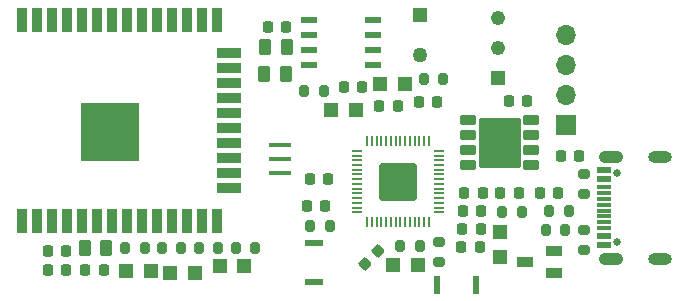
<source format=gts>
%TF.GenerationSoftware,KiCad,Pcbnew,6.0.7-f9a2dced07~116~ubuntu20.04.1*%
%TF.CreationDate,2022-11-29T22:38:20-05:00*%
%TF.ProjectId,Final_project_no_connector,46696e61-6c5f-4707-926f-6a6563745f6e,rev?*%
%TF.SameCoordinates,Original*%
%TF.FileFunction,Soldermask,Top*%
%TF.FilePolarity,Negative*%
%FSLAX46Y46*%
G04 Gerber Fmt 4.6, Leading zero omitted, Abs format (unit mm)*
G04 Created by KiCad (PCBNEW 6.0.7-f9a2dced07~116~ubuntu20.04.1) date 2022-11-29 22:38:20*
%MOMM*%
%LPD*%
G01*
G04 APERTURE LIST*
G04 Aperture macros list*
%AMRoundRect*
0 Rectangle with rounded corners*
0 $1 Rounding radius*
0 $2 $3 $4 $5 $6 $7 $8 $9 X,Y pos of 4 corners*
0 Add a 4 corners polygon primitive as box body*
4,1,4,$2,$3,$4,$5,$6,$7,$8,$9,$2,$3,0*
0 Add four circle primitives for the rounded corners*
1,1,$1+$1,$2,$3*
1,1,$1+$1,$4,$5*
1,1,$1+$1,$6,$7*
1,1,$1+$1,$8,$9*
0 Add four rect primitives between the rounded corners*
20,1,$1+$1,$2,$3,$4,$5,0*
20,1,$1+$1,$4,$5,$6,$7,0*
20,1,$1+$1,$6,$7,$8,$9,0*
20,1,$1+$1,$8,$9,$2,$3,0*%
G04 Aperture macros list end*
%ADD10RoundRect,0.225000X-0.225000X-0.250000X0.225000X-0.250000X0.225000X0.250000X-0.225000X0.250000X0*%
%ADD11R,1.460500X0.533400*%
%ADD12RoundRect,0.101600X-0.609600X-0.292100X0.609600X-0.292100X0.609600X0.292100X-0.609600X0.292100X0*%
%ADD13RoundRect,0.101600X-1.701800X1.993900X-1.701800X-1.993900X1.701800X-1.993900X1.701800X1.993900X0*%
%ADD14R,1.218000X1.218000*%
%ADD15C,1.218000*%
%ADD16RoundRect,0.200000X0.200000X0.275000X-0.200000X0.275000X-0.200000X-0.275000X0.200000X-0.275000X0*%
%ADD17RoundRect,0.200000X-0.200000X-0.275000X0.200000X-0.275000X0.200000X0.275000X-0.200000X0.275000X0*%
%ADD18RoundRect,0.200000X0.275000X-0.200000X0.275000X0.200000X-0.275000X0.200000X-0.275000X-0.200000X0*%
%ADD19R,1.200000X1.200000*%
%ADD20R,1.900000X0.400000*%
%ADD21RoundRect,0.225000X0.225000X0.250000X-0.225000X0.250000X-0.225000X-0.250000X0.225000X-0.250000X0*%
%ADD22C,0.650000*%
%ADD23R,1.150000X0.600000*%
%ADD24R,1.150000X0.300000*%
%ADD25O,2.100000X1.050000*%
%ADD26O,2.000000X1.000000*%
%ADD27RoundRect,0.055000X0.220000X0.695000X-0.220000X0.695000X-0.220000X-0.695000X0.220000X-0.695000X0*%
%ADD28RoundRect,0.200000X-0.275000X0.200000X-0.275000X-0.200000X0.275000X-0.200000X0.275000X0.200000X0*%
%ADD29RoundRect,0.055000X0.695000X-0.220000X0.695000X0.220000X-0.695000X0.220000X-0.695000X-0.220000X0*%
%ADD30R,0.900000X2.000000*%
%ADD31R,2.000000X0.900000*%
%ADD32R,5.000000X5.000000*%
%ADD33RoundRect,0.250000X0.262500X0.450000X-0.262500X0.450000X-0.262500X-0.450000X0.262500X-0.450000X0*%
%ADD34R,1.320800X0.939800*%
%ADD35R,1.270000X1.270000*%
%ADD36C,1.270000*%
%ADD37RoundRect,0.225000X-0.017678X0.335876X-0.335876X0.017678X0.017678X-0.335876X0.335876X-0.017678X0*%
%ADD38R,1.700000X1.700000*%
%ADD39O,1.700000X1.700000*%
%ADD40RoundRect,0.045000X-0.045000X-0.392500X0.045000X-0.392500X0.045000X0.392500X-0.045000X0.392500X0*%
%ADD41RoundRect,0.045000X0.392500X-0.045000X0.392500X0.045000X-0.392500X0.045000X-0.392500X-0.045000X0*%
%ADD42RoundRect,0.045000X0.045000X0.392500X-0.045000X0.392500X-0.045000X-0.392500X0.045000X-0.392500X0*%
%ADD43RoundRect,0.045000X-0.392500X0.045000X-0.392500X-0.045000X0.392500X-0.045000X0.392500X0.045000X0*%
%ADD44RoundRect,0.160000X-1.440000X1.440000X-1.440000X-1.440000X1.440000X-1.440000X1.440000X1.440000X0*%
%ADD45C,0.609600*%
G04 APERTURE END LIST*
D10*
%TO.C,C1*%
X140195000Y-73609200D03*
X141745000Y-73609200D03*
%TD*%
%TO.C,C3*%
X129225000Y-74041000D03*
X130775000Y-74041000D03*
%TD*%
D11*
%TO.C,U5*%
X123225850Y-66745000D03*
X123225850Y-68015000D03*
X123225850Y-69285000D03*
X123225850Y-70555000D03*
X128674150Y-70555000D03*
X128674150Y-69285000D03*
X128674150Y-68015000D03*
X128674150Y-66745000D03*
%TD*%
D10*
%TO.C,C11*%
X136409000Y-81400000D03*
X137959000Y-81400000D03*
%TD*%
%TO.C,C10*%
X123075000Y-82450000D03*
X124625000Y-82450000D03*
%TD*%
%TO.C,C16*%
X101166000Y-87900000D03*
X102716000Y-87900000D03*
%TD*%
D12*
%TO.C,U3*%
X136707600Y-75195000D03*
X136707600Y-76465000D03*
X136707600Y-77735000D03*
X136707600Y-79005000D03*
X142092400Y-79005000D03*
X142092400Y-77735000D03*
X142092400Y-76465000D03*
X142092400Y-75195000D03*
D13*
X139400000Y-77100000D03*
%TD*%
D14*
%TO.C,RV1*%
X139270000Y-71640000D03*
D15*
X139270000Y-69100000D03*
X139270000Y-66560000D03*
%TD*%
D16*
%TO.C,R11*%
X109360000Y-86000000D03*
X107710000Y-86000000D03*
%TD*%
%TO.C,R6*%
X145274800Y-82931000D03*
X143624800Y-82931000D03*
%TD*%
D10*
%TO.C,C14*%
X104325000Y-87900000D03*
X105875000Y-87900000D03*
%TD*%
D16*
%TO.C,R8*%
X141290000Y-83000000D03*
X139640000Y-83000000D03*
%TD*%
D17*
%TO.C,R10*%
X110810000Y-86000000D03*
X112460000Y-86000000D03*
%TD*%
D18*
%TO.C,R3*%
X134239000Y-87185000D03*
X134239000Y-85535000D03*
%TD*%
D16*
%TO.C,R7*%
X132625000Y-85852000D03*
X130975000Y-85852000D03*
%TD*%
D19*
%TO.C,D2*%
X139400000Y-86750000D03*
X139400000Y-84650000D03*
%TD*%
%TO.C,D7*%
X125150000Y-74300000D03*
X127250000Y-74300000D03*
%TD*%
D10*
%TO.C,C4*%
X123325000Y-80200000D03*
X124875000Y-80200000D03*
%TD*%
D17*
%TO.C,R12*%
X113910000Y-86000000D03*
X115560000Y-86000000D03*
%TD*%
D20*
%TO.C,Y1*%
X120777000Y-77286000D03*
X120777000Y-78486000D03*
X120777000Y-79686000D03*
%TD*%
D10*
%TO.C,C13*%
X144614600Y-78257400D03*
X146164600Y-78257400D03*
%TD*%
D21*
%TO.C,C17*%
X127775000Y-72390000D03*
X126225000Y-72390000D03*
%TD*%
D22*
%TO.C,J1*%
X149323000Y-85490800D03*
X149323000Y-79710800D03*
D23*
X148248000Y-85800800D03*
X148248000Y-85000800D03*
D24*
X148248000Y-83850800D03*
X148248000Y-82850800D03*
X148248000Y-82350800D03*
X148248000Y-81350800D03*
D23*
X148248000Y-79400800D03*
X148248000Y-80200800D03*
D24*
X148248000Y-80850800D03*
X148248000Y-81850800D03*
X148248000Y-83350800D03*
X148248000Y-84350800D03*
D25*
X148823000Y-86920800D03*
D26*
X153003000Y-86920800D03*
X153003000Y-78280800D03*
D25*
X148823000Y-78280800D03*
%TD*%
D10*
%TO.C,C8*%
X136252800Y-84400000D03*
X137802800Y-84400000D03*
%TD*%
D27*
%TO.C,S2*%
X137388000Y-89154000D03*
X134138000Y-89154000D03*
%TD*%
D28*
%TO.C,R4*%
X146507200Y-84519000D03*
X146507200Y-86169000D03*
%TD*%
D29*
%TO.C,S1*%
X123650000Y-88875000D03*
X123650000Y-85625000D03*
%TD*%
D18*
%TO.C,R1*%
X146558000Y-81444600D03*
X146558000Y-79794600D03*
%TD*%
D17*
%TO.C,R13*%
X117060000Y-86050000D03*
X118710000Y-86050000D03*
%TD*%
D30*
%TO.C,U4*%
X98940000Y-83700000D03*
X100210000Y-83700000D03*
X101480000Y-83700000D03*
X102750000Y-83700000D03*
X104020000Y-83700000D03*
X105290000Y-83700000D03*
X106560000Y-83700000D03*
X107830000Y-83700000D03*
X109100000Y-83700000D03*
X110370000Y-83700000D03*
X111640000Y-83700000D03*
X112910000Y-83700000D03*
X114180000Y-83700000D03*
X115450000Y-83700000D03*
D31*
X116450000Y-80915000D03*
X116450000Y-79645000D03*
X116450000Y-78375000D03*
X116450000Y-77105000D03*
X116450000Y-75835000D03*
X116450000Y-74565000D03*
X116450000Y-73295000D03*
X116450000Y-72025000D03*
X116450000Y-70755000D03*
X116450000Y-69485000D03*
D30*
X115450000Y-66700000D03*
X114180000Y-66700000D03*
X112910000Y-66700000D03*
X111640000Y-66700000D03*
X110370000Y-66700000D03*
X109100000Y-66700000D03*
X107830000Y-66700000D03*
X106560000Y-66700000D03*
X105290000Y-66700000D03*
X104020000Y-66700000D03*
X102750000Y-66700000D03*
X101480000Y-66700000D03*
X100210000Y-66700000D03*
X98940000Y-66700000D03*
D32*
X106440000Y-76200000D03*
%TD*%
D19*
%TO.C,D6*%
X131350000Y-72150000D03*
X129250000Y-72150000D03*
%TD*%
D33*
%TO.C,R16*%
X121312500Y-71250000D03*
X119487500Y-71250000D03*
%TD*%
%TO.C,R9*%
X106112500Y-86000000D03*
X104287500Y-86000000D03*
%TD*%
D16*
%TO.C,R5*%
X144970000Y-84531200D03*
X143320000Y-84531200D03*
%TD*%
D10*
%TO.C,C18*%
X119798800Y-67284600D03*
X121348800Y-67284600D03*
%TD*%
%TO.C,C12*%
X142784000Y-81400000D03*
X144334000Y-81400000D03*
%TD*%
D34*
%TO.C,U2*%
X143968600Y-88148201D03*
X143968600Y-86248199D03*
X141578200Y-87198200D03*
%TD*%
D16*
%TO.C,R17*%
X124525000Y-72700000D03*
X122875000Y-72700000D03*
%TD*%
D21*
%TO.C,C15*%
X102675000Y-86300000D03*
X101125000Y-86300000D03*
%TD*%
D10*
%TO.C,C9*%
X136275000Y-82900000D03*
X137825000Y-82900000D03*
%TD*%
%TO.C,C6*%
X136175000Y-85950000D03*
X137725000Y-85950000D03*
%TD*%
D35*
%TO.C,R18*%
X132638800Y-66268600D03*
D36*
X132638800Y-69668601D03*
%TD*%
D37*
%TO.C,C5*%
X129098008Y-86301992D03*
X128001992Y-87398008D03*
%TD*%
D10*
%TO.C,C7*%
X139458400Y-81400000D03*
X141008400Y-81400000D03*
%TD*%
D19*
%TO.C,D4*%
X109889000Y-88011000D03*
X107789000Y-88011000D03*
%TD*%
D38*
%TO.C,J2*%
X145000000Y-75650000D03*
D39*
X145000000Y-73110000D03*
X145000000Y-70570000D03*
X145000000Y-68030000D03*
%TD*%
D19*
%TO.C,D3*%
X111472000Y-88138000D03*
X113572000Y-88138000D03*
%TD*%
D33*
%TO.C,R15*%
X121359300Y-69037200D03*
X119534300Y-69037200D03*
%TD*%
D19*
%TO.C,D5*%
X115688400Y-87528400D03*
X117788400Y-87528400D03*
%TD*%
D17*
%TO.C,R14*%
X132975000Y-71755000D03*
X134625000Y-71755000D03*
%TD*%
D16*
%TO.C,R2*%
X125025000Y-84150000D03*
X123375000Y-84150000D03*
%TD*%
D10*
%TO.C,C2*%
X132575000Y-73660000D03*
X134125000Y-73660000D03*
%TD*%
D19*
%TO.C,D1*%
X132495000Y-87503000D03*
X130395000Y-87503000D03*
%TD*%
D40*
%TO.C,U1*%
X133400000Y-76962500D03*
X133000000Y-76962500D03*
X132600000Y-76962500D03*
X132200000Y-76962500D03*
X131800000Y-76962500D03*
X131400000Y-76962500D03*
X131000000Y-76962500D03*
X130600000Y-76962500D03*
X130200000Y-76962500D03*
X129800000Y-76962500D03*
X129400000Y-76962500D03*
X129000000Y-76962500D03*
X128600000Y-76962500D03*
X128200000Y-76962500D03*
D41*
X127362500Y-77800000D03*
X127362500Y-78200000D03*
X127362500Y-78600000D03*
X127362500Y-79000000D03*
X127362500Y-79400000D03*
X127362500Y-79800000D03*
X127362500Y-80200000D03*
X127362500Y-80600000D03*
X127362500Y-81000000D03*
X127362500Y-81400000D03*
X127362500Y-81800000D03*
X127362500Y-82200000D03*
X127362500Y-82600000D03*
X127362500Y-83000000D03*
D42*
X128200000Y-83837500D03*
X128600000Y-83837500D03*
X129000000Y-83837500D03*
X129400000Y-83837500D03*
X129800000Y-83837500D03*
X130200000Y-83837500D03*
X130600000Y-83837500D03*
X131000000Y-83837500D03*
X131400000Y-83837500D03*
X131800000Y-83837500D03*
X132200000Y-83837500D03*
X132600000Y-83837500D03*
X133000000Y-83837500D03*
X133400000Y-83837500D03*
D43*
X134237500Y-83000000D03*
X134237500Y-82600000D03*
X134237500Y-82200000D03*
X134237500Y-81800000D03*
X134237500Y-81400000D03*
X134237500Y-81000000D03*
X134237500Y-80600000D03*
X134237500Y-80200000D03*
X134237500Y-79800000D03*
X134237500Y-79400000D03*
X134237500Y-79000000D03*
X134237500Y-78600000D03*
X134237500Y-78200000D03*
X134237500Y-77800000D03*
D44*
X130800000Y-80400000D03*
D45*
X130000000Y-79600000D03*
X130000000Y-81200000D03*
X131600000Y-79600000D03*
X131600000Y-81200000D03*
%TD*%
M02*

</source>
